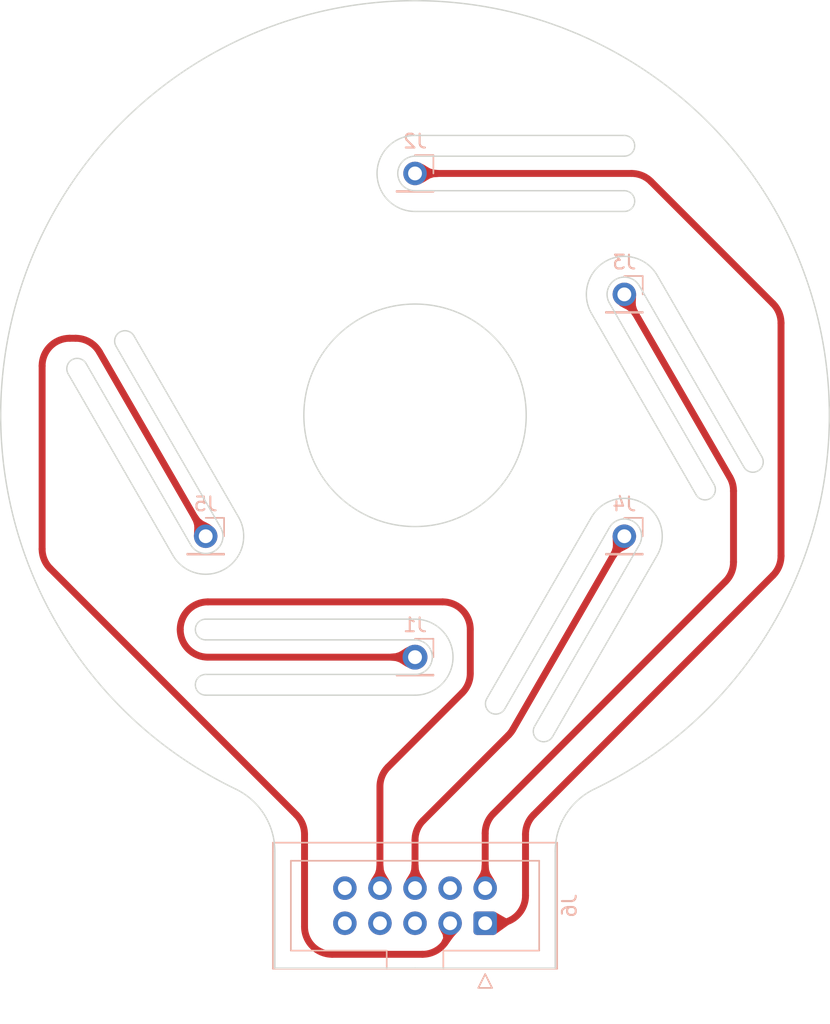
<source format=kicad_pcb>
(kicad_pcb (version 20221018) (generator pcbnew)
  (layers (0 "F.Cu" signal) (31 "B.Cu" signal) (34 "B.Paste" user) (35 "F.Paste" user) (36 "B.SilkS" user "B.Silkscreen") (37 "F.SilkS" user "F.Silkscreen") (38 "B.Mask" user) (39 "F.Mask" user) (44 "Edge.Cuts" user))
  (net 0 "")
  (net 1 "Net-(J1-Pin_1)")
  (net 2 "Net-(J2-Pin_1)")
  (net 3 "Net-(J3-Pin_1)")
  (net 4 "Net-(J4-Pin_1)")
  (net 5 "Net-(J5-Pin_1)")
  (footprint "Connector_PinHeader_2.54mm:PinHeader_1x01_P2.54mm_Vertical" (layer "B.Cu") (at 115.1554 91.25 180)
    (fp_text reference "J3" (at 0 2.33) (layer "B.SilkS") (effects (justify mirror)))
    (fp_text value "SWD")
    (fp_line (start -1.33 -1.33) (end 1.33 -1.33) (stroke (width 0.12)) (layer "B.SilkS"))
    (fp_line (start -1.33 -1.27) (end -1.33 -1.33) (stroke (width 0.12)) (layer "B.SilkS"))
    (fp_line (start -1.33 -1.27) (end 1.33 -1.27) (stroke (width 0.12)) (layer "B.SilkS"))
    (fp_line (start -1.33 0) (end -1.33 1.33) (stroke (width 0.12)) (layer "B.SilkS"))
    (fp_line (start -1.33 1.33) (end 0 1.33) (stroke (width 0.12)) (layer "B.SilkS"))
    (fp_line (start 1.33 -1.27) (end 1.33 -1.33) (stroke (width 0.12)) (layer "B.SilkS"))
    (pad "1" thru_hole circle (at 0 0 180) (size 1.7 1.7) (drill 1) (layers "*.Cu" "*.Mask") (net 3 "Net-(J3-Pin_1)"))
  )
  (footprint "Connector_PinHeader_2.54mm:PinHeader_1x01_P2.54mm_Vertical" (layer "B.Cu") (at 100 82.5 180)
    (fp_text reference "J2" (at 0 2.33) (layer "B.SilkS") (effects (justify mirror)))
    (fp_text value "RST")
    (fp_line (start -1.33 -1.33) (end 1.33 -1.33) (stroke (width 0.12)) (layer "B.SilkS"))
    (fp_line (start -1.33 -1.27) (end -1.33 -1.33) (stroke (width 0.12)) (layer "B.SilkS"))
    (fp_line (start -1.33 -1.27) (end 1.33 -1.27) (stroke (width 0.12)) (layer "B.SilkS"))
    (fp_line (start -1.33 0) (end -1.33 1.33) (stroke (width 0.12)) (layer "B.SilkS"))
    (fp_line (start -1.33 1.33) (end 0 1.33) (stroke (width 0.12)) (layer "B.SilkS"))
    (fp_line (start 1.33 -1.27) (end 1.33 -1.33) (stroke (width 0.12)) (layer "B.SilkS"))
    (pad "1" thru_hole circle (at 0 0 180) (size 1.7 1.7) (drill 1) (layers "*.Cu" "*.Mask") (net 2 "Net-(J2-Pin_1)"))
  )
  (footprint "Connector_PinHeader_2.54mm:PinHeader_1x01_P2.54mm_Vertical" (layer "B.Cu") (at 115.1554 108.75 180)
    (fp_text reference "J4" (at 0 2.33) (layer "B.SilkS") (effects (justify mirror)))
    (fp_text value "SWC")
    (fp_line (start -1.33 -1.33) (end 1.33 -1.33) (stroke (width 0.12)) (layer "B.SilkS"))
    (fp_line (start -1.33 -1.27) (end -1.33 -1.33) (stroke (width 0.12)) (layer "B.SilkS"))
    (fp_line (start -1.33 -1.27) (end 1.33 -1.27) (stroke (width 0.12)) (layer "B.SilkS"))
    (fp_line (start -1.33 0) (end -1.33 1.33) (stroke (width 0.12)) (layer "B.SilkS"))
    (fp_line (start -1.33 1.33) (end 0 1.33) (stroke (width 0.12)) (layer "B.SilkS"))
    (fp_line (start 1.33 -1.27) (end 1.33 -1.33) (stroke (width 0.12)) (layer "B.SilkS"))
    (pad "1" thru_hole circle (at 0 0 180) (size 1.7 1.7) (drill 1) (layers "*.Cu" "*.Mask") (net 4 "Net-(J4-Pin_1)"))
  )
  (footprint "Connector_PinHeader_2.54mm:PinHeader_1x01_P2.54mm_Vertical" (layer "B.Cu") (at 84.8446 108.75 180)
    (fp_text reference "J5" (at 0 2.33) (layer "B.SilkS") (effects (justify mirror)))
    (fp_text value "GND")
    (fp_line (start -1.33 -1.33) (end 1.33 -1.33) (stroke (width 0.12)) (layer "B.SilkS"))
    (fp_line (start -1.33 -1.27) (end -1.33 -1.33) (stroke (width 0.12)) (layer "B.SilkS"))
    (fp_line (start -1.33 -1.27) (end 1.33 -1.27) (stroke (width 0.12)) (layer "B.SilkS"))
    (fp_line (start -1.33 0) (end -1.33 1.33) (stroke (width 0.12)) (layer "B.SilkS"))
    (fp_line (start -1.33 1.33) (end 0 1.33) (stroke (width 0.12)) (layer "B.SilkS"))
    (fp_line (start 1.33 -1.27) (end 1.33 -1.33) (stroke (width 0.12)) (layer "B.SilkS"))
    (pad "1" thru_hole circle (at 0 0 180) (size 1.7 1.7) (drill 1) (layers "*.Cu" "*.Mask") (net 5 "Net-(J5-Pin_1)"))
  )
  (footprint "Connector_IDC:IDC-Header_2x05_P2.54mm_Vertical" (layer "B.Cu") (at 105.08 136.7525 90)
    (fp_text reference "J6" (at 1.27 6.1 90) (layer "B.SilkS") (effects (justify mirror)))
    (fp_text value "Conn_02x05_Odd_Even")
    (fp_line (start -4.68 -0.5) (end -3.68 0) (stroke (width 0.12)) (layer "B.SilkS"))
    (fp_line (start -4.68 0.5) (end -4.68 -0.5) (stroke (width 0.12)) (layer "B.SilkS"))
    (fp_line (start -3.68 0) (end -4.68 0.5) (stroke (width 0.12)) (layer "B.SilkS"))
    (fp_line (start -3.29 -15.37) (end -3.29 5.21) (stroke (width 0.12)) (layer "B.SilkS"))
    (fp_line (start -3.29 -3.03) (end -1.98 -3.03) (stroke (width 0.12)) (layer "B.SilkS"))
    (fp_line (start -3.29 5.21) (end 5.83 5.21) (stroke (width 0.12)) (layer "B.SilkS"))
    (fp_line (start -1.98 -14.07) (end -1.98 -7.13) (stroke (width 0.12)) (layer "B.SilkS"))
    (fp_line (start -1.98 -7.13) (end -3.29 -7.13) (stroke (width 0.12)) (layer "B.SilkS"))
    (fp_line (start -1.98 -7.13) (end -1.98 -7.13) (stroke (width 0.12)) (layer "B.SilkS"))
    (fp_line (start -1.98 -3.03) (end -1.98 3.91) (stroke (width 0.12)) (layer "B.SilkS"))
    (fp_line (start -1.98 3.91) (end 4.52 3.91) (stroke (width 0.12)) (layer "B.SilkS"))
    (fp_line (start 4.52 -14.07) (end -1.98 -14.07) (stroke (width 0.12)) (layer "B.SilkS"))
    (fp_line (start 4.52 3.91) (end 4.52 -14.07) (stroke (width 0.12)) (layer "B.SilkS"))
    (fp_line (start 5.83 -15.37) (end -3.29 -15.37) (stroke (width 0.12)) (layer "B.SilkS"))
    (fp_line (start 5.83 5.21) (end 5.83 -15.37) (stroke (width 0.12)) (layer "B.SilkS"))
    (pad "1" thru_hole roundrect (at 0 0 90) (size 1.7 1.7) (drill 1) (layers "*.Cu" "*.Mask") (roundrect_rratio 0.1470588235) (net 2 "Net-(J2-Pin_1)"))
    (pad "2" thru_hole circle (at 2.54 0 90) (size 1.7 1.7) (drill 1) (layers "*.Cu" "*.Mask") (net 3 "Net-(J3-Pin_1)"))
    (pad "3" thru_hole circle (at 0 -2.54 90) (size 1.7 1.7) (drill 1) (layers "*.Cu" "*.Mask") (net 5 "Net-(J5-Pin_1)"))
    (pad "4" thru_hole circle (at 2.54 -2.54 90) (size 1.7 1.7) (drill 1) (layers "*.Cu" "*.Mask"))
    (pad "5" thru_hole circle (at 0 -5.08 90) (size 1.7 1.7) (drill 1) (layers "*.Cu" "*.Mask"))
    (pad "6" thru_hole circle (at 2.54 -5.08 90) (size 1.7 1.7) (drill 1) (layers "*.Cu" "*.Mask") (net 4 "Net-(J4-Pin_1)"))
    (pad "7" thru_hole circle (at 0 -7.62 90) (size 1.7 1.7) (drill 1) (layers "*.Cu" "*.Mask"))
    (pad "8" thru_hole circle (at 2.54 -7.62 90) (size 1.7 1.7) (drill 1) (layers "*.Cu" "*.Mask") (net 1 "Net-(J1-Pin_1)"))
    (pad "9" thru_hole circle (at 0 -10.16 90) (size 1.7 1.7) (drill 1) (layers "*.Cu" "*.Mask"))
    (pad "10" thru_hole circle (at 2.54 -10.16 90) (size 1.7 1.7) (drill 1) (layers "*.Cu" "*.Mask"))
  )
  (footprint "Connector_PinHeader_2.54mm:PinHeader_1x01_P2.54mm_Vertical" (layer "B.Cu") (at 100 117.5 180)
    (fp_text reference "J1" (at 0 2.33) (layer "B.SilkS") (effects (justify mirror)))
    (fp_text value "VCC")
    (fp_line (start -1.33 -1.33) (end 1.33 -1.33) (stroke (width 0.12)) (layer "B.SilkS"))
    (fp_line (start -1.33 -1.27) (end -1.33 -1.33) (stroke (width 0.12)) (layer "B.SilkS"))
    (fp_line (start -1.33 -1.27) (end 1.33 -1.27) (stroke (width 0.12)) (layer "B.SilkS"))
    (fp_line (start -1.33 0) (end -1.33 1.33) (stroke (width 0.12)) (layer "B.SilkS"))
    (fp_line (start -1.33 1.33) (end 0 1.33) (stroke (width 0.12)) (layer "B.SilkS"))
    (fp_line (start 1.33 -1.27) (end 1.33 -1.33) (stroke (width 0.12)) (layer "B.SilkS"))
    (pad "1" thru_hole circle (at 0 0 180) (size 1.8 1.8) (drill 1) (layers "*.Cu" "*.Mask") (net 1 "Net-(J1-Pin_1)"))
  )
  (gr_line (start 100 116.25) (end 84.844555 116.25) (stroke (width 0.1)) (layer "Edge.Cuts"))
  (gr_line (start 100 140) (end 110.15 140) (stroke (width 0.1)) (layer "Edge.Cuts"))
  (gr_line (start 100 83.75) (end 115.155445 83.75) (stroke (width 0.1)) (layer "Edge.Cuts"))
  (gr_line (start 100 79.75) (end 115.155445 79.75) (stroke (width 0.1)) (layer "Edge.Cuts"))
  (gr_arc (start 84.844555 116.25) (mid 84.0946 115.5) (end 84.844555 114.75) (stroke (width 0.1)) (layer "Edge.Cuts"))
  (gr_arc (start 112.773875 92.625) (mid 113.780419 88.868464) (end 117.537014 89.875) (stroke (width 0.1)) (layer "Edge.Cuts"))
  (gr_line (start 117.537014 110.125) (end 109.959292 123.25) (stroke (width 0.1)) (layer "Edge.Cuts"))
  (gr_line (start 114.072913 108.125) (end 106.495191 121.25) (stroke (width 0.1)) (layer "Edge.Cuts"))
  (gr_line (start 87.226125 107.375) (end 79.648403 94.25) (stroke (width 0.1)) (layer "Edge.Cuts"))
  (gr_arc (start 115.155445 83.75) (mid 115.9054 84.5) (end 115.155445 85.25) (stroke (width 0.1)) (layer "Edge.Cuts"))
  (gr_arc (start 110.15 131.551189) (mid 110.917899 128.888622) (end 112.985714 127.043876) (stroke (width 0.1)) (layer "Edge.Cuts"))
  (gr_arc (start 74.885263 97) (mid 75.159792 95.975468) (end 76.184301 96.25) (stroke (width 0.1)) (layer "Edge.Cuts"))
  (gr_arc (start 114.072913 108.125) (mid 115.780381 107.667502) (end 116.237976 109.375) (stroke (width 0.1)) (layer "Edge.Cuts"))
  (gr_line (start 114.072913 91.875) (end 121.650635 105) (stroke (width 0.1)) (layer "Edge.Cuts"))
  (gr_arc (start 85.927087 108.125) (mid 85.469581 109.832498) (end 83.762024 109.375) (stroke (width 0.1)) (layer "Edge.Cuts"))
  (gr_line (start 100 118.75) (end 84.844555 118.75) (stroke (width 0.1)) (layer "Edge.Cuts"))
  (gr_arc (start 87.226125 107.375) (mid 86.219581 111.131536) (end 82.462986 110.125) (stroke (width 0.1)) (layer "Edge.Cuts"))
  (gr_arc (start 115.155445 79.75) (mid 115.9054 80.5) (end 115.155445 81.25) (stroke (width 0.1)) (layer "Edge.Cuts"))
  (gr_arc (start 100 83.75) (mid 98.75 82.5) (end 100 81.25) (stroke (width 0.1)) (layer "Edge.Cuts"))
  (gr_line (start 100 114.75) (end 84.844555 114.75) (stroke (width 0.1)) (layer "Edge.Cuts"))
  (gr_line (start 116.237976 90.625) (end 123.815699 103.75) (stroke (width 0.1)) (layer "Edge.Cuts"))
  (gr_line (start 82.462986 110.125) (end 74.885263 97) (stroke (width 0.1)) (layer "Edge.Cuts"))
  (gr_arc (start 78.349365 95) (mid 78.623893 93.975469) (end 79.648403 94.25) (stroke (width 0.1)) (layer "Edge.Cuts"))
  (gr_arc (start 87.014286 127.043876) (mid 89.08211 128.888617) (end 89.85 131.551189) (stroke (width 0.1)) (layer "Edge.Cuts"))
  (gr_arc (start 100 114.75) (mid 102.75 117.5) (end 100 120.25) (stroke (width 0.1)) (layer "Edge.Cuts"))
  (gr_line (start 117.537014 89.875) (end 125.114737 103) (stroke (width 0.1)) (layer "Edge.Cuts"))
  (gr_line (start 89.85 140) (end 100 140) (stroke (width 0.1)) (layer "Edge.Cuts"))
  (gr_circle (center 100 100) (end 108.05 100) (stroke (width 0.1)) (fill none) (layer "Edge.Cuts"))
  (gr_arc (start 100 85.25) (mid 97.25 82.5) (end 100 79.75) (stroke (width 0.1)) (layer "Edge.Cuts"))
  (gr_line (start 85.927087 108.125) (end 78.349365 95) (stroke (width 0.1)) (layer "Edge.Cuts"))
  (gr_arc (start 106.495191 121.25) (mid 105.470712 121.524498) (end 105.196152 120.5) (stroke (width 0.1)) (layer "Edge.Cuts"))
  (gr_arc (start 125.114737 103) (mid 124.840208 104.024532) (end 123.815699 103.75) (stroke (width 0.1)) (layer "Edge.Cuts"))
  (gr_line (start 110.15 140) (end 110.15 131.551189) (stroke (width 0.1)) (layer "Edge.Cuts"))
  (gr_arc (start 109.959292 123.25) (mid 108.934812 123.524499) (end 108.660254 122.5) (stroke (width 0.1)) (layer "Edge.Cuts"))
  (gr_arc (start 121.650635 105) (mid 121.376107 106.024531) (end 120.351597 105.75) (stroke (width 0.1)) (layer "Edge.Cuts"))
  (gr_line (start 112.773875 92.625) (end 120.351597 105.75) (stroke (width 0.1)) (layer "Edge.Cuts"))
  (gr_arc (start 114.072913 91.875) (mid 114.530419 90.167502) (end 116.237976 90.625) (stroke (width 0.1)) (layer "Edge.Cuts"))
  (gr_line (start 112.773875 107.375) (end 105.196152 120.5) (stroke (width 0.1)) (layer "Edge.Cuts"))
  (gr_line (start 116.237976 109.375) (end 108.660254 122.5) (stroke (width 0.1)) (layer "Edge.Cuts"))
  (gr_line (start 83.762024 109.375) (end 76.184301 96.25) (stroke (width 0.1)) (layer "Edge.Cuts"))
  (gr_line (start 100 85.25) (end 115.155445 85.25) (stroke (width 0.1)) (layer "Edge.Cuts"))
  (gr_line (start 100 120.25) (end 84.844555 120.25) (stroke (width 0.1)) (layer "Edge.Cuts"))
  (gr_arc (start 84.844555 120.25) (mid 84.0946 119.5) (end 84.844555 118.75) (stroke (width 0.1)) (layer "Edge.Cuts"))
  (gr_line (start 89.85 131.551189) (end 89.85 140) (stroke (width 0.1)) (layer "Edge.Cuts"))
  (gr_arc (start 87.014286 127.043876) (mid 100 70) (end 112.985714 127.043876) (stroke (width 0.1)) (layer "Edge.Cuts"))
  (gr_arc (start 112.773875 107.375) (mid 116.530381 106.368464) (end 117.537014 110.125) (stroke (width 0.1)) (layer "Edge.Cuts"))
  (gr_line (start 100 81.25) (end 115.155445 81.25) (stroke (width 0.1)) (layer "Edge.Cuts"))
  (gr_arc (start 100 116.25) (mid 101.25 117.5) (end 100 118.75) (stroke (width 0.1)) (layer "Edge.Cuts"))
  (segment (start 98.045787 125.454213) (end 103.414214 120.085786) (width 0.5) (layer "F.Cu") (net 1))
  (segment (start 104 118.671573) (end 104 115.5) (width 0.5) (layer "F.Cu") (net 1))
  (segment (start 102 113.5) (end 85 113.5) (width 0.5) (layer "F.Cu") (net 1))
  (segment (start 97.46 134.2125) (end 97.46 126.868427) (width 0.5) (layer "F.Cu") (net 1))
  (segment (start 85 117.5) (end 100 117.5) (width 0.5) (layer "F.Cu") (net 1))
  (segment (start 83 115.5) (end 83 115.5) (width 0.5) (layer "F.Cu") (net 1))
  (arc (start 103.414214 120.085786) (mid 103.847759 119.43694) (end 104 118.671573) (width 0.5) (layer "F.Cu") (net 1))
  (arc (start 85 113.5) (mid 83.585786 114.085786) (end 83 115.5) (width 0.5) (layer "F.Cu") (net 1))
  (arc (start 97.46 126.868427) (mid 97.612241 126.10306) (end 98.045787 125.454213) (width 0.5) (layer "F.Cu") (net 1))
  (arc (start 102 113.5) (mid 103.414214 114.085786) (end 104 115.5) (width 0.5) (layer "F.Cu") (net 1))
  (arc (start 85 117.5) (mid 83.585786 116.914214) (end 83 115.5) (width 0.5) (layer "F.Cu") (net 1))
  (segment (start 115.671573 82.5) (end 100 82.5) (width 0.5) (layer "F.Cu") (net 2))
  (segment (start 108.585787 128.914213) (end 125.914214 111.585786) (width 0.5) (layer "F.Cu") (net 2))
  (segment (start 126.5 110.171573) (end 126.5 93.328427) (width 0.5) (layer "F.Cu") (net 2))
  (segment (start 108 134.7525) (end 108 130.328427) (width 0.5) (layer "F.Cu") (net 2))
  (segment (start 125.914213 91.914213) (end 117.085786 83.085786) (width 0.5) (layer "F.Cu") (net 2))
  (segment (start 105.08 136.7525) (end 106 136.7525) (width 0.5) (layer "F.Cu") (net 2))
  (arc (start 115.671573 82.5) (mid 116.43694 82.652241) (end 117.085786 83.085786) (width 0.5) (layer "F.Cu") (net 2))
  (arc (start 125.914214 111.585786) (mid 126.347759 110.93694) (end 126.5 110.171573) (width 0.5) (layer "F.Cu") (net 2))
  (arc (start 106 136.7525) (mid 107.414214 136.166714) (end 108 134.7525) (width 0.5) (layer "F.Cu") (net 2))
  (arc (start 108.585787 128.914213) (mid 108.152241 129.56306) (end 108 130.328427) (width 0.5) (layer "F.Cu") (net 2))
  (arc (start 126.5 93.328427) (mid 126.347759 92.56306) (end 125.914213 91.914213) (width 0.5) (layer "F.Cu") (net 2))
  (segment (start 122.791623 104.476326) (end 115.1554 91.25) (width 0.5) (layer "F.Cu") (net 3))
  (segment (start 105.665787 128.834213) (end 122.473786 112.026214) (width 0.5) (layer "F.Cu") (net 3))
  (segment (start 123.059572 110.612001) (end 123.059572 105.476326) (width 0.5) (layer "F.Cu") (net 3))
  (segment (start 105.08 134.2125) (end 105.08 130.248427) (width 0.5) (layer "F.Cu") (net 3))
  (arc (start 123.059572 105.476326) (mid 122.991424 104.958688) (end 122.791623 104.476326) (width 0.5) (layer "F.Cu") (net 3))
  (arc (start 122.473786 112.026214) (mid 122.907331 111.377368) (end 123.059572 110.612001) (width 0.5) (layer "F.Cu") (net 3))
  (arc (start 105.665787 128.834213) (mid 105.232241 129.48306) (end 105.08 130.248427) (width 0.5) (layer "F.Cu") (net 3))
  (segment (start 100.585787 129.323121) (end 106.76827 123.140638) (width 0.5) (layer "F.Cu") (net 4))
  (segment (start 107.086107 122.726425) (end 115.1554 108.75) (width 0.5) (layer "F.Cu") (net 4))
  (segment (start 100 134.2125) (end 100 130.737335) (width 0.5) (layer "F.Cu") (net 4))
  (arc (start 107.086107 122.726425) (mid 106.940763 122.943948) (end 106.76827 123.140638) (width 0.5) (layer "F.Cu") (net 4))
  (arc (start 100 130.737335) (mid 100.152241 129.971968) (end 100.585787 129.323121) (width 0.5) (layer "F.Cu") (net 4))
  (segment (start 92 137) (end 92 130.328427) (width 0.5) (layer "F.Cu") (net 5))
  (segment (start 100.54 139) (end 94 139) (width 0.5) (layer "F.Cu") (net 5))
  (segment (start 75 94.425598) (end 75.419702 94.425598) (width 0.5) (layer "F.Cu") (net 5))
  (segment (start 73 109.671573) (end 73 96.425598) (width 0.5) (layer "F.Cu") (net 5))
  (segment (start 77.151752 95.425598) (end 84.8446 108.75) (width 0.5) (layer "F.Cu") (net 5))
  (segment (start 102.54 136.7525) (end 102.54 137) (width 0.5) (layer "F.Cu") (net 5))
  (segment (start 91.414213 128.914213) (end 73.585786 111.085786) (width 0.5) (layer "F.Cu") (net 5))
  (arc (start 94 139) (mid 92.585786 138.414214) (end 92 137) (width 0.5) (layer "F.Cu") (net 5))
  (arc (start 92 130.328427) (mid 91.847759 129.56306) (end 91.414213 128.914213) (width 0.5) (layer "F.Cu") (net 5))
  (arc (start 73 96.425598) (mid 73.585786 95.011384) (end 75 94.425598) (width 0.5) (layer "F.Cu") (net 5))
  (arc (start 75.419702 94.425598) (mid 76.419702 94.693547) (end 77.151752 95.425598) (width 0.5) (layer "F.Cu") (net 5))
  (arc (start 100.54 139) (mid 101.954214 138.414214) (end 102.54 137) (width 0.5) (layer "F.Cu") (net 5))
  (arc (start 73.585786 111.085786) (mid 73.152241 110.43694) (end 73 109.671573) (width 0.5) (layer "F.Cu") (net 5))
)
</source>
